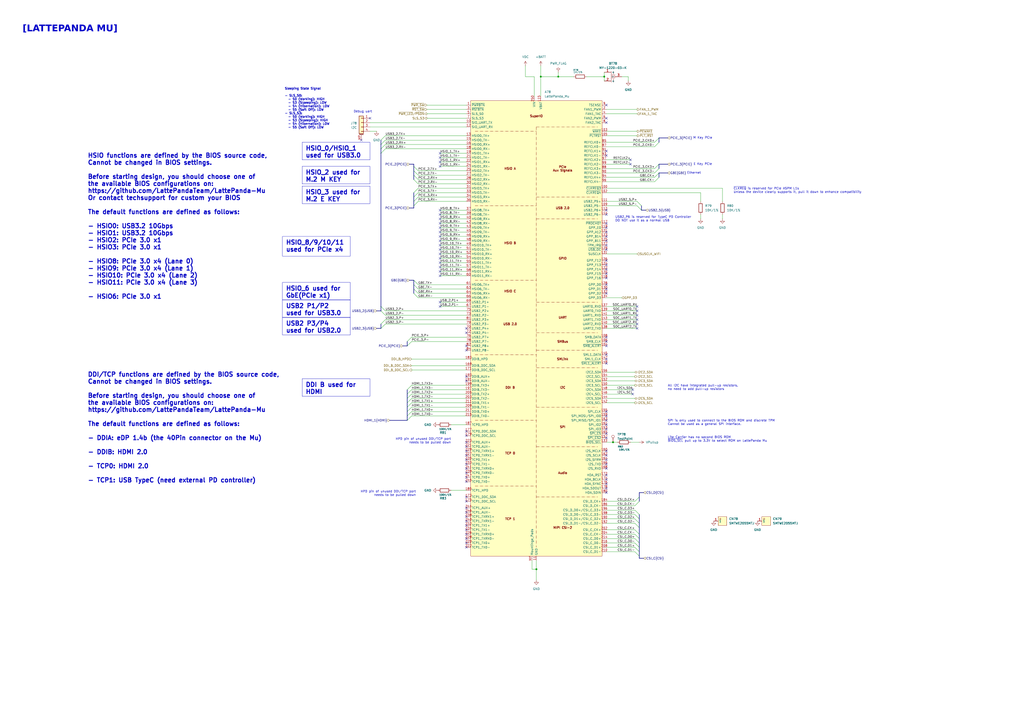
<source format=kicad_sch>
(kicad_sch (version 20250114) (generator "eeschema") (generator_version "9.0")
  (paper "A2")
  (title_block (title "LattePanda_MOKA") (date "2025-12-14") (rev "1.0") (company "DFRobot") (comment 1 "20240406"))
  (bus_alias "HDMI" (members "TX0+" "TX0-" "TX1+" "TX1-" "TX2+" "TX2-" "TX3+" "TX3-"))
  (bus_alias "PCIE" (members "RX+" "RX-" "TX+" "TX-" "CK0+" "CK0-" "CK3+" "CK3-" "P+" "P-"))
  (bus_alias "USB" (members "P2+" "P2-" "TX+" "TX-" "RX+" "RX-" "P1+" "P1-" "P3+" "P3-" "P4+" "P4-" "P5+" "P7+" "P7-" "P+" "P-"))
  (text "HSIO functions are defined by the BIOS source code, \nCannot be changed in BIOS settings.\n\nBefore starting design, you should choose one of\nthe available BIOS configurations on:\nhttps://github.com/LattePandaTeam/LattePanda-Mu\nOr contact techsupport for custom your BIOS\n\nThe default functions are defined as follows:\n\n- HSIO0: USB3.2 10Gbps\n- HSIO1: USB3.2 10Gbps\n- HSIO2: PCIe 3.0 x1\n- HSIO3: PCIe 3.0 x1\n\n- HSIO8: PCIe 3.0 x4 (Lane 0)\n- HSIO9: PCIe 3.0 x4 (Lane 1)\n- HSIO10: PCIe 3.0 x4 (Lane 2)\n- HSIO11: PCIe 3.0 x4 (Lane 3)\n\n- HSIO6: PCIe 3.0 x1" (at 50.8 88.9 0) (effects (font (size 2.54 2.54) (thickness 0.508) (bold yes)) (justify left top)))
  (text "HPD pin of unused DDI/TCP port\nneeds to be pulled down" (at 261.62 254 0) (effects (font (size 1.27 1.27)) (justify right top)))
  (text "Lite Carrier has no second BIOS ROM\n~{BIOS_SEL} pull up to 3.3V to select ROM on LattePanda Mu" (at 387.35 256.54 0) (effects (font (size 1.27 1.27)) (justify left bottom)))
  (text "DDI/TCP functions are defined by the BIOS source code, \nCannot be changed in BIOS settings.\n\nBefore starting design, you should choose one of\nthe available BIOS configurations on:\nhttps://github.com/LattePandaTeam/LattePanda-Mu\n\nThe default functions are defined as follows:\n\n- DDIA: eDP 1.4b (the 40Pin connector on the Mu)\n\n- DDIB: HDMI 2.0\n\n- TCP0: HDMI 2.0\n\n- TCP1: USB TypeC (need external PD controller)" (at 50.8 215.9 0) (effects (font (size 2.54 2.54) (thickness 0.508) (bold yes)) (justify left top)))
  (text "Sleeping State Signal\n\n- SLS_S0: \n  - S0 (Working): HIGH\n  - S3 (Slpeeping): LOW\n  - S4 (Hibernation): LOW\n  - S5 (Soft Off): LOW\n- SLS_S3:\n  - S0 (Working): HIGH\n  - S3 (Slpeeping): HIGH\n  - S4 (Hibernation): LOW\n  - S5 (Soft Off): LOW" (at 165.1 50.8 0) (effects (font (size 1.27 1.27) (thickness 0.254) (bold yes)) (justify left top)))
  (text "Ethernet" (at 402.59 100.33 0) (effects (font (size 1.27 1.27))))
  (text "USB2_P6 is reserved for TypeC PD Controller\nDO NOT use it as a normal USB" (at 356.87 127 0) (effects (font (size 1.27 1.27)) (justify left)))
  (text "M Key PCIe" (at 407.67 80.01 0) (effects (font (size 1.27 1.27))))
  (text "SPI is only used to connect to the BIOS ROM and discrete TPM\nCannot be used as a general SPI interface." (at 387.35 245.11 0) (effects (font (size 1.27 1.27)) (justify left)))
  (text "All I2C have integrated pull-up resistors.\nno need to add pull-up resistors" (at 387.35 224.79 0) (effects (font (size 1.27 1.27)) (justify left)))
  (text "Debug uart" (at 215.9 64.77 0) (effects (font (size 1.27 1.27)) (justify right)))
  (text "~{CLKREQ} is reserved for PCIe ASPM L1s\nUnless the device clearly supports it, pull it down to enhance compatibility" (at 425.45 110.49 0) (effects (font (size 1.27 1.27)) (justify left)))
  (text "[LATTEPANDA MU]" (at 40.64 17.78 0) (effects (font (size 3.81 3.81))))
  (text "HPD pin of unused DDI/TCP port\nneeds to be pulled down" (at 241.3 284.48 0) (effects (font (size 1.27 1.27)) (justify right top)))
  (text "E Key PCIe" (at 407.67 95.25 0) (effects (font (size 1.27 1.27))))
  (text_box "HSIO_0/HSIO_1 used for USB3.0 \n" (at 175.26 82.55 0) (size 39.37 10.16) (margins 1.905 1.905 1.905 1.905) (effects (font (size 2.54 2.54) (thickness 0.508) (bold yes)) (justify left top)))
  (text_box "HSIO_2 used for M.2 M KEY\n" (at 175.26 96.52 0) (size 39.37 10.16) (margins 1.905 1.905 1.905 1.905) (effects (font (size 2.54 2.54) (thickness 0.508) (bold yes)) (justify left top)))
  (text_box "HSIO_6 used for GbE(PCIe x1)\n" (at 163.83 163.83 0) (size 39.37 10.16) (margins 1.905 1.905 1.905 1.905) (effects (font (size 2.54 2.54) (thickness 0.508) (bold yes)) (justify left top)))
  (text_box "USB2 P3/P4 used for USB2.0 \n" (at 163.83 184.15 0) (size 39.37 10.16) (margins 1.905 1.905 1.905 1.905) (effects (font (size 2.54 2.54) (thickness 0.508) (bold yes)) (justify left top)))
  (text_box "DDI B used for HDMI\n" (at 175.26 219.71 0) (size 39.37 10.16) (margins 1.905 1.905 1.905 1.905) (effects (font (size 2.54 2.54) (thickness 0.508) (bold yes)) (justify left top)))
  (text_box "HSIO_3 used for M.2 E KEY\n" (at 175.26 107.95 0) (size 39.37 10.16) (margins 1.905 1.905 1.905 1.905) (effects (font (size 2.54 2.54) (thickness 0.508) (bold yes)) (justify left top)))
  (text_box "HSIO_8/9/10/11 used for PCIe x4\n\n" (at 163.83 137.16 0) (size 39.37 11.43) (margins 1.905 1.905 1.905 1.905) (effects (font (size 2.54 2.54) (thickness 0.508) (bold yes)) (justify left top)))
  (text_box "USB2 P1/P2 used for USB3.0\n" (at 163.83 173.99 0) (size 39.37 10.16) (margins 1.905 1.905 1.905 1.905) (effects (font (size 2.54 2.54) (thickness 0.508) (bold yes)) (justify left top)))
  (junction (at 355.6 256.54))
  (junction (at 323.85 44.45))
  (junction (at 350.52 44.45))
  (junction (at 311.15 330.2))
  (junction (at 313.69 44.45))
  (no_connect (at 270.51 307.34))
  (no_connect (at 351.79 278.13))
  (no_connect (at 369.57 180.34))
  (no_connect (at 351.79 275.59))
  (no_connect (at 367.03 226.06))
  (no_connect (at 369.57 187.96))
  (no_connect (at 351.79 129.54))
  (no_connect (at 351.79 132.08))
  (no_connect (at 351.79 208.28))
  (no_connect (at 270.51 220.98))
  (no_connect (at 351.79 161.29))
  (no_connect (at 351.79 285.75))
  (no_connect (at 270.51 252.73))
  (no_connect (at 351.79 243.84))
  (no_connect (at 270.51 309.88))
  (no_connect (at 255.27 139.7))
  (no_connect (at 255.27 137.16))
  (no_connect (at 270.51 274.32))
  (no_connect (at 255.27 160.02))
  (no_connect (at 351.79 134.62))
  (no_connect (at 351.79 198.12))
  (no_connect (at 351.79 167.64))
  (no_connect (at 255.27 93.98))
  (no_connect (at 270.51 250.19))
  (no_connect (at 369.57 190.5))
  (no_connect (at 351.79 264.16))
  (no_connect (at 255.27 88.9))
  (no_connect (at 270.51 190.5))
  (no_connect (at 270.51 304.8))
  (no_connect (at 255.27 91.44))
  (no_connect (at 351.79 153.67))
  (no_connect (at 351.79 170.18))
  (no_connect (at 351.79 151.13))
  (no_connect (at 270.51 314.96))
  (no_connect (at 351.79 205.74))
  (no_connect (at 255.27 177.8))
  (no_connect (at 351.79 165.1))
  (no_connect (at 255.27 142.24))
  (no_connect (at 270.51 269.24))
  (no_connect (at 255.27 154.94))
  (no_connect (at 351.79 251.46))
  (no_connect (at 255.27 96.52))
  (no_connect (at 270.51 297.18))
  (no_connect (at 351.79 87.63))
  (no_connect (at 270.51 200.66))
  (no_connect (at 351.79 269.24))
  (no_connect (at 270.51 203.2))
  (no_connect (at 255.27 129.54))
  (no_connect (at 255.27 157.48))
  (no_connect (at 270.51 261.62))
  (no_connect (at 365.76 92.71))
  (no_connect (at 351.79 271.78))
  (no_connect (at 255.27 121.92))
  (no_connect (at 255.27 149.86))
  (no_connect (at 270.51 294.64))
  (no_connect (at 270.51 312.42))
  (no_connect (at 351.79 246.38))
  (no_connect (at 255.27 144.78))
  (no_connect (at 351.79 68.58))
  (no_connect (at 367.03 228.6))
  (no_connect (at 270.51 259.08))
  (no_connect (at 255.27 134.62))
  (no_connect (at 270.51 288.29))
  (no_connect (at 369.57 185.42))
  (no_connect (at 255.27 127))
  (no_connect (at 351.79 266.7))
  (no_connect (at 351.79 283.21))
  (no_connect (at 351.79 238.76))
  (no_connect (at 351.79 124.46))
  (no_connect (at 270.51 299.72))
  (no_connect (at 351.79 254))
  (no_connect (at 255.27 147.32))
  (no_connect (at 351.79 248.92))
  (no_connect (at 351.79 71.12))
  (no_connect (at 351.79 200.66))
  (no_connect (at 351.79 280.67))
  (no_connect (at 369.57 182.88))
  (no_connect (at 351.79 144.78))
  (no_connect (at 255.27 152.4))
  (no_connect (at 351.79 90.17))
  (no_connect (at 270.51 302.26))
  (no_connect (at 351.79 139.7))
  (no_connect (at 255.27 175.26))
  (no_connect (at 270.51 279.4))
  (no_connect (at 351.79 156.21))
  (no_connect (at 365.76 95.25))
  (no_connect (at 351.79 261.62))
  (no_connect (at 255.27 124.46))
  (no_connect (at 270.51 276.86))
  (no_connect (at 270.51 218.44))
  (no_connect (at 351.79 121.92))
  (no_connect (at 351.79 142.24))
  (no_connect (at 209.55 81.28))
  (no_connect (at 351.79 241.3))
  (no_connect (at 351.79 60.96))
  (no_connect (at 351.79 195.58))
  (no_connect (at 270.51 256.54))
  (no_connect (at 270.51 193.04))
  (no_connect (at 351.79 210.82))
  (no_connect (at 214.63 68.58))
  (no_connect (at 270.51 317.5))
  (no_connect (at 351.79 137.16))
  (no_connect (at 369.57 177.8))
  (no_connect (at 270.51 266.7))
  (no_connect (at 270.51 264.16))
  (no_connect (at 270.51 271.78))
  (no_connect (at 270.51 290.83))
  (no_connect (at 255.27 132.08))
  (no_connect (at 351.79 158.75))
  (bus_entry (at 238.76 228.6) (size -2.54 2.54))
  (bus_entry (at 238.76 236.22) (size -2.54 2.54))
  (bus_entry (at 240.03 167.64) (size 2.54 2.54))
  (bus_entry (at 369.57 116.84) (size 2.54 2.54))
  (bus_entry (at 242.57 99.06) (size -2.54 -2.54))
  (bus_entry (at 242.57 106.68) (size -2.54 -2.54))
  (bus_entry (at 379.73 100.33) (size 2.54 -2.54))
  (bus_entry (at 379.73 82.55) (size 2.54 -2.54))
  (bus_entry (at 368.3 298.45) (size 2.54 2.54))
  (bus_entry (at 223.52 81.28) (size -2.54 2.54))
  (bus_entry (at 379.73 105.41) (size 2.54 -2.54))
  (bus_entry (at 238.76 198.12) (size -2.54 2.54))
  (bus_entry (at 240.03 165.1) (size 2.54 2.54))
  (bus_entry (at 369.57 119.38) (size 2.54 2.54))
  (bus_entry (at 370.84 320.04) (size -2.54 -2.54))
  (bus_entry (at 368.3 290.83) (size 2.54 -2.54))
  (bus_entry (at 223.52 185.42) (size -2.54 2.54))
  (bus_entry (at 242.57 101.6) (size -2.54 -2.54))
  (bus_entry (at 223.52 180.34) (size -2.54 -2.54))
  (bus_entry (at 379.73 97.79) (size 2.54 -2.54))
  (bus_entry (at 242.57 109.22) (size -2.54 2.54))
  (bus_entry (at 242.57 116.84) (size -2.54 2.54))
  (bus_entry (at 238.76 226.06) (size -2.54 2.54))
  (bus_entry (at 238.76 238.76) (size -2.54 2.54))
  (bus_entry (at 379.73 102.87) (size 2.54 -2.54))
  (bus_entry (at 223.52 182.88) (size -2.54 -2.54))
  (bus_entry (at 368.3 293.37) (size 2.54 -2.54))
  (bus_entry (at 242.57 114.3) (size -2.54 2.54))
  (bus_entry (at 240.03 170.18) (size 2.54 2.54))
  (bus_entry (at 223.52 83.82) (size -2.54 2.54))
  (bus_entry (at 370.84 312.42) (size -2.54 -2.54))
  (bus_entry (at 368.3 303.53) (size 2.54 2.54))
  (bus_entry (at 223.52 86.36) (size -2.54 2.54))
  (bus_entry (at 370.84 314.96) (size -2.54 -2.54))
  (bus_entry (at 370.84 322.58) (size -2.54 -2.54))
  (bus_entry (at 238.76 231.14) (size -2.54 2.54))
  (bus_entry (at 370.84 317.5) (size -2.54 -2.54))
  (bus_entry (at 238.76 223.52) (size -2.54 2.54))
  (bus_entry (at 223.52 187.96) (size -2.54 2.54))
  (bus_entry (at 370.84 309.88) (size -2.54 -2.54))
  (bus_entry (at 240.03 162.56) (size 2.54 2.54))
  (bus_entry (at 368.3 295.91) (size 2.54 2.54))
  (bus_entry (at 238.76 195.58) (size -2.54 2.54))
  (bus_entry (at 242.57 111.76) (size -2.54 2.54))
  (bus_entry (at 223.52 78.74) (size -2.54 2.54))
  (bus_entry (at 238.76 233.68) (size -2.54 2.54))
  (bus_entry (at 379.73 85.09) (size 2.54 -2.54))
  (bus_entry (at 242.57 104.14) (size -2.54 -2.54))
  (bus_entry (at 368.3 300.99) (size 2.54 2.54))
  (bus_entry (at 238.76 241.3) (size -2.54 2.54))
  (wire (pts (xy 351.79 105.41) (xy 379.73 105.41)))
  (wire (pts (xy 242.57 114.3) (xy 270.51 114.3)))
  (bus (pts (xy 382.27 95.25) (xy 387.35 95.25)))
  (wire (pts (xy 368.3 320.04) (xy 351.79 320.04)))
  (wire (pts (xy 242.57 172.72) (xy 270.51 172.72)))
  (wire (pts (xy 350.52 44.45) (xy 350.52 41.91)))
  (wire (pts (xy 238.76 214.63) (xy 270.51 214.63)))
  (wire (pts (xy 406.4 111.76) (xy 406.4 116.84)))
  (bus (pts (xy 370.84 290.83) (xy 370.84 288.29)))
  (bus (pts (xy 370.84 300.99) (xy 370.84 303.53)))
  (bus (pts (xy 236.22 236.22) (xy 236.22 238.76)))
  (wire (pts (xy 351.79 233.68) (xy 368.3 233.68)))
  (wire (pts (xy 304.8 44.45) (xy 309.88 44.45)))
  (wire (pts (xy 355.6 256.54) (xy 358.14 256.54)))
  (bus (pts (xy 240.03 167.64) (xy 240.03 165.1)))
  (wire (pts (xy 351.79 111.76) (xy 406.4 111.76)))
  (bus (pts (xy 370.84 309.88) (xy 370.84 312.42)))
  (bus (pts (xy 382.27 80.01) (xy 387.35 80.01)))
  (wire (pts (xy 242.57 116.84) (xy 270.51 116.84)))
  (wire (pts (xy 214.63 71.12) (xy 270.51 71.12)))
  (wire (pts (xy 368.3 307.34) (xy 351.79 307.34)))
  (wire (pts (xy 223.52 78.74) (xy 270.51 78.74)))
  (wire (pts (xy 223.52 86.36) (xy 270.51 86.36)))
  (bus (pts (xy 382.27 97.79) (xy 382.27 95.25)))
  (wire (pts (xy 351.79 172.72) (xy 360.68 172.72)))
  (wire (pts (xy 351.79 226.06) (xy 367.03 226.06)))
  (wire (pts (xy 261.62 246.38) (xy 270.51 246.38)))
  (wire (pts (xy 351.79 82.55) (xy 379.73 82.55)))
  (wire (pts (xy 255.27 137.16) (xy 270.51 137.16)))
  (bus (pts (xy 218.44 180.34) (xy 220.98 180.34)))
  (wire (pts (xy 247.65 63.5) (xy 270.51 63.5)))
  (wire (pts (xy 351.79 92.71) (xy 365.76 92.71)))
  (wire (pts (xy 368.3 303.53) (xy 351.79 303.53)))
  (wire (pts (xy 238.76 228.6) (xy 270.51 228.6)))
  (wire (pts (xy 242.57 165.1) (xy 270.51 165.1)))
  (bus (pts (xy 237.49 95.25) (xy 240.03 95.25)))
  (bus (pts (xy 370.84 306.07) (xy 370.84 309.88)))
  (wire (pts (xy 308.61 325.12) (xy 308.61 330.2)))
  (bus (pts (xy 382.27 82.55) (xy 382.27 80.01)))
  (bus (pts (xy 226.06 243.84) (xy 236.22 243.84)))
  (wire (pts (xy 351.79 97.79) (xy 379.73 97.79)))
  (wire (pts (xy 351.79 102.87) (xy 379.73 102.87)))
  (wire (pts (xy 311.15 325.12) (xy 311.15 330.2)))
  (wire (pts (xy 419.1 109.22) (xy 419.1 116.84)))
  (wire (pts (xy 351.79 256.54) (xy 355.6 256.54)))
  (wire (pts (xy 255.27 127) (xy 270.51 127)))
  (bus (pts (xy 370.84 314.96) (xy 370.84 317.5)))
  (bus (pts (xy 370.84 285.75) (xy 373.38 285.75)))
  (wire (pts (xy 351.79 100.33) (xy 379.73 100.33)))
  (wire (pts (xy 255.27 157.48) (xy 270.51 157.48)))
  (wire (pts (xy 223.52 81.28) (xy 270.51 81.28)))
  (bus (pts (xy 240.03 104.14) (xy 240.03 101.6)))
  (wire (pts (xy 313.69 38.1) (xy 313.69 44.45)))
  (bus (pts (xy 220.98 88.9) (xy 220.98 177.8)))
  (wire (pts (xy 223.52 83.82) (xy 270.51 83.82)))
  (bus (pts (xy 240.03 165.1) (xy 240.03 162.56)))
  (wire (pts (xy 255.27 96.52) (xy 270.51 96.52)))
  (bus (pts (xy 370.84 312.42) (xy 370.84 314.96)))
  (bus (pts (xy 220.98 81.28) (xy 220.98 83.82)))
  (bus (pts (xy 370.84 322.58) (xy 370.84 323.85)))
  (wire (pts (xy 351.79 66.04) (xy 369.57 66.04)))
  (wire (pts (xy 351.79 180.34) (xy 369.57 180.34)))
  (bus (pts (xy 220.98 177.8) (xy 220.98 180.34)))
  (wire (pts (xy 351.79 177.8) (xy 369.57 177.8)))
  (wire (pts (xy 365.76 256.54) (xy 370.84 256.54)))
  (bus (pts (xy 370.84 323.85) (xy 373.38 323.85)))
  (wire (pts (xy 255.27 139.7) (xy 270.51 139.7)))
  (wire (pts (xy 351.79 293.37) (xy 368.3 293.37)))
  (bus (pts (xy 240.03 96.52) (xy 240.03 95.25)))
  (wire (pts (xy 238.76 223.52) (xy 270.51 223.52)))
  (bus (pts (xy 233.68 200.66) (xy 236.22 200.66)))
  (bus (pts (xy 240.03 116.84) (xy 240.03 119.38)))
  (wire (pts (xy 309.88 44.45) (xy 309.88 55.88)))
  (wire (pts (xy 242.57 99.06) (xy 270.51 99.06)))
  (bus (pts (xy 236.22 198.12) (xy 236.22 200.66)))
  (wire (pts (xy 368.3 312.42) (xy 351.79 312.42)))
  (wire (pts (xy 255.27 88.9) (xy 270.51 88.9)))
  (wire (pts (xy 214.63 73.66) (xy 270.51 73.66)))
  (wire (pts (xy 242.57 167.64) (xy 270.51 167.64)))
  (wire (pts (xy 255.27 142.24) (xy 270.51 142.24)))
  (bus (pts (xy 372.11 119.38) (xy 372.11 121.92)))
  (bus (pts (xy 220.98 187.96) (xy 220.98 190.5)))
  (bus (pts (xy 240.03 111.76) (xy 240.03 114.3)))
  (wire (pts (xy 368.3 298.45) (xy 351.79 298.45)))
  (wire (pts (xy 238.76 233.68) (xy 270.51 233.68)))
  (wire (pts (xy 238.76 231.14) (xy 270.51 231.14)))
  (wire (pts (xy 313.69 44.45) (xy 313.69 55.88)))
  (wire (pts (xy 351.79 228.6) (xy 367.03 228.6)))
  (wire (pts (xy 351.79 116.84) (xy 369.57 116.84)))
  (wire (pts (xy 255.27 147.32) (xy 270.51 147.32)))
  (wire (pts (xy 238.76 226.06) (xy 270.51 226.06)))
  (bus (pts (xy 220.98 86.36) (xy 220.98 88.9)))
  (wire (pts (xy 351.79 231.14) (xy 368.3 231.14)))
  (bus (pts (xy 236.22 233.68) (xy 236.22 236.22)))
  (wire (pts (xy 368.3 295.91) (xy 351.79 295.91)))
  (wire (pts (xy 308.61 330.2) (xy 311.15 330.2)))
  (wire (pts (xy 323.85 44.45) (xy 332.74 44.45)))
  (bus (pts (xy 240.03 170.18) (xy 240.03 167.64)))
  (wire (pts (xy 255.27 152.4) (xy 270.51 152.4)))
  (bus (pts (xy 236.22 231.14) (xy 236.22 233.68)))
  (wire (pts (xy 351.79 187.96) (xy 369.57 187.96)))
  (wire (pts (xy 238.76 208.28) (xy 270.51 208.28)))
  (bus (pts (xy 236.22 238.76) (xy 236.22 241.3)))
  (bus (pts (xy 370.84 303.53) (xy 370.84 306.07)))
  (wire (pts (xy 255.27 93.98) (xy 270.51 93.98)))
  (wire (pts (xy 340.36 44.45) (xy 350.52 44.45)))
  (wire (pts (xy 364.49 44.45) (xy 364.49 46.99)))
  (wire (pts (xy 255.27 144.78) (xy 270.51 144.78)))
  (wire (pts (xy 350.52 44.45) (xy 350.52 46.99)))
  (wire (pts (xy 247.65 66.04) (xy 270.51 66.04)))
  (wire (pts (xy 218.44 76.2) (xy 214.63 76.2)))
  (wire (pts (xy 360.68 44.45) (xy 364.49 44.45)))
  (wire (pts (xy 351.79 109.22) (xy 419.1 109.22)))
  (wire (pts (xy 238.76 241.3) (xy 270.51 241.3)))
  (wire (pts (xy 255.27 154.94) (xy 270.51 154.94)))
  (bus (pts (xy 370.84 288.29) (xy 370.84 285.75)))
  (wire (pts (xy 242.57 101.6) (xy 270.51 101.6)))
  (wire (pts (xy 351.79 218.44) (xy 368.3 218.44)))
  (bus (pts (xy 236.22 241.3) (xy 236.22 243.84)))
  (wire (pts (xy 242.57 109.22) (xy 270.51 109.22)))
  (bus (pts (xy 370.84 320.04) (xy 370.84 322.58)))
  (wire (pts (xy 255.27 91.44) (xy 270.51 91.44)))
  (wire (pts (xy 311.15 330.2) (xy 311.15 336.55)))
  (wire (pts (xy 351.79 215.9) (xy 368.3 215.9)))
  (bus (pts (xy 236.22 226.06) (xy 236.22 228.6)))
  (wire (pts (xy 261.62 284.48) (xy 270.51 284.48)))
  (wire (pts (xy 255.27 177.8) (xy 270.51 177.8)))
  (wire (pts (xy 351.79 182.88) (xy 369.57 182.88)))
  (wire (pts (xy 247.65 60.96) (xy 270.51 60.96)))
  (bus (pts (xy 382.27 100.33) (xy 387.35 100.33)))
  (bus (pts (xy 220.98 83.82) (xy 220.98 86.36)))
  (wire (pts (xy 247.65 68.58) (xy 270.51 68.58)))
  (wire (pts (xy 351.79 290.83) (xy 368.3 290.83)))
  (wire (pts (xy 242.57 106.68) (xy 270.51 106.68)))
  (bus (pts (xy 240.03 99.06) (xy 240.03 96.52)))
  (bus (pts (xy 218.44 190.5) (xy 220.98 190.5)))
  (wire (pts (xy 255.27 129.54) (xy 270.51 129.54)))
  (wire (pts (xy 351.79 220.98) (xy 368.3 220.98)))
  (wire (pts (xy 255.27 160.02) (xy 270.51 160.02)))
  (wire (pts (xy 270.51 195.58) (xy 238.76 195.58)))
  (wire (pts (xy 255.27 149.86) (xy 270.51 149.86)))
  (wire (pts (xy 351.79 119.38) (xy 369.57 119.38)))
  (bus (pts (xy 237.49 120.65) (xy 240.03 120.65)))
  (wire (pts (xy 304.8 38.1) (xy 304.8 44.45)))
  (wire (pts (xy 238.76 212.09) (xy 270.51 212.09)))
  (wire (pts (xy 368.3 309.88) (xy 351.79 309.88)))
  (wire (pts (xy 351.79 63.5) (xy 369.57 63.5)))
  (bus (pts (xy 370.84 317.5) (xy 370.84 320.04)))
  (wire (pts (xy 270.51 198.12) (xy 238.76 198.12)))
  (wire (pts (xy 255.27 175.26) (xy 270.51 175.26)))
  (wire (pts (xy 242.57 170.18) (xy 270.51 170.18)))
  (wire (pts (xy 368.3 314.96) (xy 351.79 314.96)))
  (wire (pts (xy 238.76 238.76) (xy 270.51 238.76)))
  (bus (pts (xy 240.03 114.3) (xy 240.03 116.84)))
  (wire (pts (xy 368.3 300.99) (xy 351.79 300.99)))
  (wire (pts (xy 351.79 147.32) (xy 369.57 147.32)))
  (wire (pts (xy 406.4 124.46) (xy 406.4 127)))
  (bus (pts (xy 240.03 101.6) (xy 240.03 99.06)))
  (wire (pts (xy 351.79 185.42) (xy 369.57 185.42)))
  (bus (pts (xy 372.11 121.92) (xy 374.65 121.92)))
  (wire (pts (xy 255.27 121.92) (xy 270.51 121.92)))
  (wire (pts (xy 323.85 41.91) (xy 323.85 44.45)))
  (wire (pts (xy 223.52 187.96) (xy 270.51 187.96)))
  (wire (pts (xy 242.57 111.76) (xy 270.51 111.76)))
  (wire (pts (xy 351.79 223.52) (xy 368.3 223.52)))
  (wire (pts (xy 223.52 185.42) (xy 270.51 185.42)))
  (wire (pts (xy 351.79 190.5) (xy 369.57 190.5)))
  (bus (pts (xy 370.84 298.45) (xy 370.84 300.99)))
  (wire (pts (xy 351.79 95.25) (xy 365.76 95.25)))
  (wire (pts (xy 255.27 134.62) (xy 270.51 134.62)))
  (wire (pts (xy 368.3 317.5) (xy 351.79 317.5)))
  (wire (pts (xy 255.27 124.46) (xy 270.51 124.46)))
  (wire (pts (xy 351.79 76.2) (xy 369.57 76.2)))
  (wire (pts (xy 351.79 78.74) (xy 369.57 78.74)))
  (wire (pts (xy 313.69 44.45) (xy 323.85 44.45)))
  (bus (pts (xy 236.22 228.6) (xy 236.22 231.14)))
  (wire (pts (xy 223.52 182.88) (xy 270.51 182.88)))
  (wire (pts (xy 419.1 124.46) (xy 419.1 127)))
  (wire (pts (xy 351.79 85.09) (xy 379.73 85.09)))
  (wire (pts (xy 242.57 104.14) (xy 270.51 104.14)))
  (wire (pts (xy 238.76 236.22) (xy 270.51 236.22)))
  (wire (pts (xy 255.27 132.08) (xy 270.51 132.08)))
  (wire (pts (xy 223.52 180.34) (xy 270.51 180.34)))
  (bus (pts (xy 382.27 102.87) (xy 382.27 100.33)))
  (bus (pts (xy 240.03 119.38) (xy 240.03 120.65)))
  (bus (pts (xy 240.03 162.56) (xy 237.49 162.56)))
  (label "HSIO_9_TX+" (at 255.27 132.08 0))
  (label "USB3_2.TX-" (at 223.52 81.28 0))
  (label "CSI_C.D1+" (at 368.3 317.5 180))
  (label "PCIE_3.P+" (at 238.76 195.58 0))
  (label "I2C4_SCL" (at 367.03 228.6 180))
  (label "CSI_C.D2+" (at 368.3 300.99 180))
  (label "SOC_UART2_RX" (at 369.57 187.96 180))
  (label "CSI_D.CK+" (at 368.3 290.83 180))
  (label "GBE.CK+" (at 379.73 102.87 180))
  (label "I2C4_SDA" (at 367.03 226.06 180))
  (label "SOC_UART1_TX" (at 369.57 185.42 180))
  (label "CSI_C.D3+" (at 368.3 295.91 180))
  (label "PCIE_3.TX+" (at 242.57 109.22 0))
  (label "USB3_2.RX+" (at 223.52 83.82 0))
  (label "HSIO_9_TX-" (at 255.27 134.62 0))
  (label "HDMI_1.TX3+" (at 238.76 223.52 0))
  (label "HSIO_8_TX-" (at 255.27 124.46 0))
  (label "PCIE_3.P-" (at 238.76 198.12 0))
  (label "CSI_D.CK-" (at 368.3 293.37 180))
  (label "USB2_3.P-" (at 223.52 187.96 0))
  (label "CSI_C.CK-" (at 368.3 309.88 180))
  (label "PCIE_3.TX-" (at 242.57 111.76 0))
  (label "HSIO_10_RX+" (at 255.27 147.32 0))
  (label "PCIE_3.RX-" (at 242.57 116.84 0))
  (label "USB3_2.RX-" (at 223.52 86.36 0))
  (label "PCIE_3.RX+" (at 242.57 114.3 0))
  (label "PCIE_3.CK3-" (at 379.73 100.33 180))
  (label "HSIO_10_TX+" (at 255.27 142.24 0))
  (label "HSIO_11_RX-" (at 255.27 160.02 0))
  (label "HDMI_1.TX3-" (at 238.76 226.06 0))
  (label "PCIE_2.TX+" (at 242.57 99.06 0))
  (label "REFCLK2-" (at 365.76 95.25 180))
  (label "HSIO_1_TX-" (at 255.27 91.44 0))
  (label "SOC_UART0_RX" (at 369.57 177.8 180))
  (label "PCIE_2.CK0-" (at 379.73 85.09 180))
  (label "PCIE_2.TX-" (at 242.57 101.6 0))
  (label "USB3_2.TX+" (at 223.52 78.74 0))
  (label "GBE.TX-" (at 242.57 167.64 0))
  (label "HSIO_10_RX-" (at 255.27 149.86 0))
  (label "USB3_2.P-" (at 223.52 182.88 0))
  (label "HSIO_9_RX-" (at 255.27 139.7 0))
  (label "PCIE_2.RX-" (at 242.57 106.68 0))
  (label "HDMI_1.TX0+" (at 238.76 238.76 0))
  (label "SOC_UART0_TX" (at 369.57 180.34 180))
  (label "USB_2.P1+" (at 255.27 175.26 0))
  (label "CSI_C.D2-" (at 368.3 303.53 180))
  (label "HSIO_1_RX-" (at 255.27 96.52 0))
  (label "CSI_C.D1-" (at 368.3 320.04 180))
  (label "CSI_C.D0-" (at 368.3 314.96 180))
  (label "PCIE_3.CK3+" (at 379.73 97.79 180))
  (label "HSIO_1_TX+" (at 255.27 88.9 0))
  (label "CSI_C.D3-" (at 368.3 298.45 180))
  (label "HSIO_11_RX+" (at 255.27 157.48 0))
  (label "CSI_C.CK+" (at 368.3 307.34 180))
  (label "USB3_2.P+" (at 223.52 180.34 0))
  (label "GBE.CK-" (at 379.73 105.41 180))
  (label "HDMI_1.TX0-" (at 238.76 241.3 0))
  (label "USB2_5.P-" (at 369.57 119.38 180))
  (label "HSIO_8_RX-" (at 255.27 129.54 0))
  (label "HDMI_1.TX1-" (at 238.76 236.22 0))
  (label "REFCLK2+" (at 365.76 92.71 180))
  (label "HSIO_8_RX+" (at 255.27 127 0))
  (label "HDMI_1.TX2-" (at 238.76 231.14 0))
  (label "USB_2.P1-" (at 255.27 177.8 0))
  (label "PCIE_2.RX+" (at 242.57 104.14 0))
  (label "HSIO_10_TX-" (at 255.27 144.78 0))
  (label "USB2_3.P+" (at 223.52 185.42 0))
  (label "CSI_C.D0+" (at 368.3 312.42 180))
  (label "SOC_UART2_TX" (at 369.57 190.5 180))
  (label "HSIO_8_TX+" (at 255.27 121.92 0))
  (label "GBE.TX+" (at 242.57 165.1 0))
  (label "USB2_5.P+" (at 369.57 116.84 180))
  (label "HSIO_11_TX+" (at 255.27 152.4 0))
  (label "HDMI_1.TX2+" (at 238.76 228.6 0))
  (label "GBE.RX+" (at 242.57 170.18 0))
  (label "GBE.RX-" (at 242.57 172.72 0))
  (label "HSIO_11_TX-" (at 255.27 154.94 0))
  (label "SOC_UART1_RX" (at 369.57 182.88 180))
  (label "HSIO_1_RX+" (at 255.27 93.98 0))
  (label "HDMI_1.TX1+" (at 238.76 233.68 0))
  (label "HSIO_9_RX+" (at 255.27 137.16 0))
  (label "PCIE_2.CK0+" (at 379.73 82.55 180))
  (hierarchical_label "DDI_B_DDC_SCL" (shape output) (at 238.76 214.63 180))
  (hierarchical_label "FAN_1_TAC" (shape input) (at 369.57 66.04 0))
  (hierarchical_label "~{PEWAKE}" (shape output) (at 369.57 76.2 0))
  (hierarchical_label "DDI_B_HPD" (shape input) (at 238.76 208.28 180))
  (hierarchical_label "USB2_5{USB}" (shape input) (at 374.65 121.92 0))
  (hierarchical_label "GBE{GBE}" (shape input) (at 237.49 162.56 180))
  (hierarchical_label "PCIE_3{PCIE}" (shape input) (at 233.68 200.66 180))
  (hierarchical_label "USB2_3{USB}" (shape input) (at 218.44 190.5 180))
  (hierarchical_label "~{PWR_LED}{slash}~{PSON}" (shape output) (at 247.65 66.04 180))
  (hierarchical_label "SLS_S3" (shape output) (at 247.65 68.58 180))
  (hierarchical_label "I2C5_SDA" (shape bidirectional) (at 368.3 231.14 0))
  (hierarchical_label "I2C3_SDA" (shape bidirectional) (at 368.3 220.98 0))
  (hierarchical_label "~{PWR_SW}" (shape input) (at 247.65 60.96 180))
  (hierarchical_label "SUSCLK_WIFI" (shape input) (at 369.57 147.32 0))
  (hierarchical_label "I2C2_SDA" (shape bidirectional) (at 368.3 215.9 0))
  (hierarchical_label "GBE{GBE}" (shape input) (at 387.35 100.33 0))
  (hierarchical_label "FAN_1_PWM" (shape output) (at 369.57 63.5 0))
  (hierarchical_label "CSI_C{CSI}" (shape input) (at 373.38 323.85 0))
  (hierarchical_label "USB3_2{USB}" (shape input) (at 218.44 180.34 180))
  (hierarchical_label "CSI_D{CSI}" (shape input) (at 373.38 285.75 0))
  (hierarchical_label "~{PLT_RST}" (shape output) (at 369.57 78.74 0))
  (hierarchical_label "HDMI_1{HDMI}" (shape input) (at 226.06 243.84 180))
  (hierarchical_label "PCIE_2{PCIE}" (shape input) (at 237.49 95.25 180))
  (hierarchical_label "PCIE_3{PCIE}" (shape input) (at 387.35 95.25 0))
  (hierarchical_label "I2C3_SCL" (shape output) (at 368.3 223.52 0))
  (hierarchical_label "PCIE_3{PCIE}" (shape input) (at 237.49 120.65 180))
  (hierarchical_label "DDI_B_DDC_SDA" (shape bidirectional) (at 238.76 212.09 180))
  (hierarchical_label "I2C2_SCL" (shape output) (at 368.3 218.44 0))
  (hierarchical_label "PCIE_3{PCIE}" (shape input) (at 387.35 80.01 0))
  (hierarchical_label "~{RST_SW}" (shape input) (at 247.65 63.5 180))
  (hierarchical_label "I2C5_SCL" (shape output) (at 368.3 233.68 0))
  (hierarchical_label "GPP_D3" (shape input) (at 360.68 172.72 0))
  (symbol (lib_id "MCU_Module_LattePanda:LattePanda_Mu") (at 311.15 190.5 0) (unit 1)
    (property "Reference" "A78" (at 315.8841 53.34 0) (effects (justify left)))
    (property "Value" "LattePanda_Mu" (at 315.8841 55.88 0) (effects (justify left)))
    (property "Footprint" "Module_LattePanda:LattePanda_Module_H8.0mm_Horizontal" (effects (hide yes)))
    (property "Description" "A micro computing module with x86 processer, RAM and eMMC." (effects (hide yes)))
    (property "LCSC" "C5163334" (effects (hide yes)))
  )
  (symbol (lib_id "power:GND") (at 419.1 127 0) (unit 1)
    (property "Reference" "#PWR087" (effects (hide yes)))
    (property "Value" "GND" (at 419.1 132.08 0))
  )
  (symbol (lib_id "power:GND") (at 218.44 76.2 0) (mirror y) (unit 1)
    (property "Reference" "#PWR085" (effects (hide yes)))
    (property "Value" "GND" (at 218.44 81.28 0))
  )
  (symbol (lib_id "power:GND") (at 254 284.48 270) (unit 1)
    (property "Reference" "#PWR090" (effects (hide yes)))
    (property "Value" "GND" (at 250.19 284.4799 90) (effects (justify right)))
  )
  (symbol (lib_id "power:PWR_FLAG") (at 323.85 41.91 0) (unit 1)
    (property "Reference" "#FLG078" (effects (hide yes)))
    (property "Value" "PWR_FLAG" (at 323.85 36.83 0))
    (property "Description" "Special symbol for telling ERC where power comes from" (effects (hide yes)))
  )
  (symbol (lib_id "Device:R") (at 336.55 44.45 90) (unit 1)
    (property "Reference" "R78" (at 334.01 40.64 90) (effects (font (size 1 1))))
    (property "Value" "1K/1%" (at 335.28 41.91 90) (effects (font (size 1 1))))
    (property "Footprint" "A_HDJ_Library:R_0402_1005Metric" (effects (hide yes)))
  )
  (symbol (lib_id "power:GND") (at 311.15 336.55 0) (unit 1)
    (property "Reference" "#PWR093" (effects (hide yes)))
    (property "Value" "GND" (at 311.15 341.63 0))
  )
  (symbol (lib_id "power:GND") (at 439.42 302.26 0) (unit 1)
    (property "Reference" "#PWR092" (effects (hide yes)))
    (property "Value" "GND" (at 439.42 307.34 0))
  )
  (symbol (lib_id "power:GND") (at 414.02 302.26 0) (unit 1)
    (property "Reference" "#PWR091" (effects (hide yes)))
    (property "Value" "GND" (at 414.02 307.34 0))
  )
  (symbol (lib_id "power:GND") (at 254 246.38 270) (unit 1)
    (property "Reference" "#PWR088" (effects (hide yes)))
    (property "Value" "GND" (at 250.19 246.3799 90) (effects (justify right)))
  )
  (symbol (lib_id "Device:R") (at 257.81 246.38 270) (unit 1)
    (property "Reference" "R81" (at 257.048 250.952 90))
    (property "Value" "100K/1%" (at 258.318 248.92 90) (effects (font (size 1 1))))
    (property "Footprint" "A_HDJ_Library:R_0402_1005Metric" (effects (hide yes)))
  )
  (symbol (lib_id "Device:R") (at 419.1 120.65 0) (unit 1)
    (property "Reference" "R80" (at 421.64 119.3799 0) (effects (justify left)))
    (property "Value" "10K/1%" (at 421.64 121.9199 0) (effects (justify left)))
    (property "Footprint" "Resistor_SMD:R_0402_1005Metric" (effects (hide yes)))
    (property "Description" "Resistor" (effects (hide yes)))
  )
  (symbol (lib_id "EasyEDA:SMTWE2055MTJ") (at 419.1 302.26 0) (unit 1)
    (property "Reference" "CN78" (at 422.91 300.9899 0) (effects (justify left)))
    (property "Value" "SMTWE2055MTJ" (at 422.91 303.5299 0) (effects (justify left)))
    (property "Footprint" "EasyEDA:SMD_BD4.4-L4.4-D2.8_H5.5" (effects (hide yes)))
    (property "LCSC Part" "C2928184" (effects (hide yes)))
  )
  (symbol (lib_id "power:+BATT") (at 313.69 38.1 0) (unit 1)
    (property "Reference" "#PWR083" (effects (hide yes)))
    (property "Value" "+BATT" (at 313.69 33.02 0))
  )
  (symbol (lib_name "+3V3_1") (lib_id "power:+3V3") (at 370.84 256.54 270) (unit 1)
    (property "Reference" "#PWR089" (effects (hide yes)))
    (property "Value" "VPullup" (at 374.65 256.5399 90) (effects (justify left)))
    (property "Description" "Power symbol creates a global label with name \"VPullup\"" (effects (hide yes)))
  )
  (symbol (lib_id "Device:R") (at 406.4 120.65 0) (unit 1)
    (property "Reference" "R79" (at 408.94 119.3799 0) (effects (justify left)))
    (property "Value" "10K/1%" (at 408.94 121.9199 0) (effects (justify left)))
    (property "Footprint" "Resistor_SMD:R_0402_1005Metric" (effects (hide yes)))
    (property "Description" "Resistor" (effects (hide yes)))
  )
  (symbol (lib_id "Device:R") (at 257.81 284.48 270) (unit 1)
    (property "Reference" "R83" (at 257.048 289.052 90))
    (property "Value" "100K/1%" (at 258.318 287.02 90) (effects (font (size 1 1))))
    (property "Footprint" "A_HDJ_Library:R_0402_1005Metric" (effects (hide yes)))
  )
  (symbol (lib_id "Connector:TestPoint") (at 355.6 256.54 0) (unit 1) (in_bom no)
    (property "Reference" "TP78" (at 358.14 251.9679 0) (effects (justify left)))
    (property "Value" "TestPoint" (at 358.14 254.5079 0) (effects (justify left)))
    (property "Footprint" "A_HDJ_Library:TestPoint_Pad_D1.5mm" (effects (hide yes)))
    (property "Description" "test point" (effects (hide yes)))
  )
  (symbol (lib_id "Connector_Generic_MountingPin:Conn_01x04_MountingPin") (at 209.55 71.12 0) (mirror y) (unit 1)
    (property "Reference" "J78" (at 207.01 71.4755 0) (effects (justify left)))
    (property "Value" "I2C" (at 207.01 74.0155 0) (effects (justify left)))
    (property "Footprint" "Connector_JST:JST_SH_BM04B-SRSS-TB_1x04-1MP_P1.00mm_Vertical" (effects (hide yes)))
    (property "Description" "Generic connectable mounting pin connector, single row, 01x04, script generated (kicad-library-utils/schlib/autogen/connector/)" (effects (hide yes)))
  )
  (symbol (lib_id "EasyEDA:SMTWE2055MTJ") (at 444.5 302.26 0) (unit 1)
    (property "Reference" "CN79" (at 448.31 300.9899 0) (effects (justify left)))
    (property "Value" "SMTWE2055MTJ" (at 448.31 303.5299 0) (effects (justify left)))
    (property "Footprint" "EasyEDA:SMD_BD4.4-L4.4-D2.8_H5.5" (effects (hide yes)))
    (property "LCSC Part" "C2928184" (effects (hide yes)))
  )
  (symbol (lib_id "EasyEDA:MY-1220-03-K") (at 355.6 44.45 0) (unit 1)
    (property "Reference" "BT78" (at 355.6 36.83 0))
    (property "Value" "MY-1220-03-K" (at 355.6 39.37 0))
    (property "Footprint" "EasyEDA:BAT-SMD_MY-1220-03" (effects (hide yes)))
    (property "LCSC Part" "C20606802" (effects (hide yes)))
  )
  (symbol (lib_id "power:VDC") (at 304.8 38.1 0) (unit 1)
    (property "Reference" "#PWR082" (effects (hide yes)))
    (property "Value" "VDC" (at 304.8 33.02 0))
  )
  (symbol (lib_id "power:GND") (at 406.4 127 0) (unit 1)
    (property "Reference" "#PWR086" (effects (hide yes)))
    (property "Value" "GND" (at 406.4 132.08 0))
  )
  (symbol (lib_id "power:GND") (at 364.49 46.99 0) (unit 1)
    (property "Reference" "#PWR084" (effects (hide yes)))
    (property "Value" "GND" (at 364.49 52.07 0))
  )
  (symbol (lib_id "Device:R") (at 361.95 256.54 90) (unit 1)
    (property "Reference" "R82" (at 361.442 259.08 90) (effects (font (size 1 1)) (justify left)))
    (property "Value" "10K/1%" (at 365.252 260.858 90) (effects (font (size 1 1)) (justify left)))
    (property "Footprint" "A_HDJ_Library:R_0402_1005Metric" (effects (hide yes)))
  )
)
</source>
